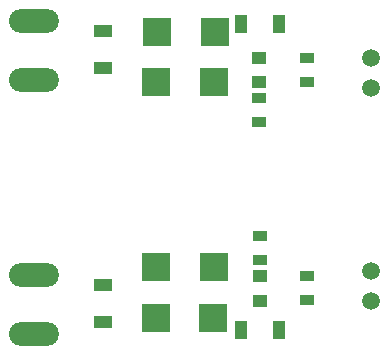
<source format=gbr>
%TF.GenerationSoftware,Altium Limited,Altium Designer,24.7.2 (38)*%
G04 Layer_Color=8388736*
%FSLAX43Y43*%
%MOMM*%
%TF.SameCoordinates,E959DE18-6F16-491B-AE1F-B8F7C51A02EC*%
%TF.FilePolarity,Negative*%
%TF.FileFunction,Soldermask,Top*%
%TF.Part,Single*%
G01*
G75*
%TA.AperFunction,SMDPad,CuDef*%
%ADD16R,1.200X1.100*%
%TA.AperFunction,ComponentPad*%
%ADD19O,4.220X2.020*%
%ADD20C,1.520*%
%TA.AperFunction,SMDPad,CuDef*%
%ADD25R,1.280X0.830*%
%TA.AperFunction,ConnectorPad*%
%ADD26R,1.020X1.620*%
%TA.AperFunction,SMDPad,CuDef*%
%ADD27R,1.020X1.620*%
%ADD28R,2.420X2.420*%
%ADD29R,1.620X1.020*%
D16*
X14600Y-10500D02*
D03*
Y-8400D02*
D03*
X14575Y10125D02*
D03*
Y8025D02*
D03*
D19*
X-4500Y-8250D02*
D03*
Y-13250D02*
D03*
Y8250D02*
D03*
Y13250D02*
D03*
D20*
X24000Y-10500D02*
D03*
Y-7960D02*
D03*
X24000Y7551D02*
D03*
Y10091D02*
D03*
D25*
X14600Y-5015D02*
D03*
Y-7015D02*
D03*
X14525Y4675D02*
D03*
Y6675D02*
D03*
X18625Y8075D02*
D03*
Y10075D02*
D03*
Y-10400D02*
D03*
Y-8400D02*
D03*
D26*
X16250Y12975D02*
D03*
X13050D02*
D03*
D27*
X16200Y-12900D02*
D03*
X13000D02*
D03*
D28*
X10700Y-7614D02*
D03*
X5819D02*
D03*
X5800Y-11900D02*
D03*
X10681D02*
D03*
X10700Y8025D02*
D03*
X5819D02*
D03*
X5900Y12250D02*
D03*
X10781D02*
D03*
D29*
X1350Y-12300D02*
D03*
Y-9100D02*
D03*
Y12400D02*
D03*
Y9200D02*
D03*
%TF.MD5,4226816071848791ad146f597c69caaa*%
M02*

</source>
